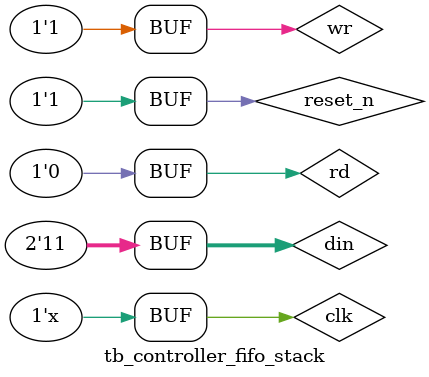
<source format=v>

module tb_controller_fifo_stack # (
	parameter 	abits = 4,
	parameter 	dbits = 2,
	parameter	rd_pkt = 4)();
    
	reg		clk;
	reg 	reset_n;
	reg 	wr;					// write to the stack 
	reg 	rd;					// read from the stack
	reg 	[dbits-1:0] din;		
	wire	empty;				// stack empty
	wire	full;				// stack full
	wire	[dbits*rd_pkt-1:0] dout;  	// ram

initial begin        

	clk = 1;       	
  	reset_n = 1;   
  	wr = 'x;
	rd = 'x;
	din= 1;
// reset system	
  	#10 
  	reset_n = 0;    
  	#20 
	reset_n = 1;
	#10
// wring data until full
	wr =1;
	#20
	din=2;
	#20
	din=3;
	#20
	din=2;
	#20
	din=3;
	#20
	din=2;
	#20
	din=1;
	#20
	din=2;
	#20
	din=1;
	#20
	din=2;
	#20

// read until empty
	wr=0;
	rd=1;
	#50
	rd=0;
// normal write and read operations

	wr =1;
	#20
	din=2;
	#20
	wr =3;
	#20
	din=2;
	#20

	wr=0;
	rd=1;
	#40
	rd=0;
//  write and read with overschoot
 	wr =1;
	#50
	din=1;
	#20
	wr =0;
	rd =1;
	#30
	wr =1;
	rd =0;
	#20
	din=2;
	#20
	wr =3;
	#20
	din=3;



//
//	
//  	#10 
//  	reset_n = 0;    
//  	#20 
//	reset_n = 1;
//	rd = 1;
//	#10
//	din=1;
//	wr=1;
//	rd=0;
//	#10
//	din=1;
//	wr=0;
//	rd=1;
//	#40
//	din=2;
//	wr=1;
//	rd=0;
//	#10
//	din=3;
//	wr=1;
//	rd=0;
//	#20
//	din=1;
//	wr=1;
//	rd=0;
//	#100
//	din=5;
//	wr=0;
//	rd=1;
//	#10
//	din=3;
//	wr=0;
//	rd=1;
//	#40
//	din=4;
//	wr=1;
//	rd=0;
//	#10
//	din=5;
//	wr=1;
//	rd=0;
//	#20
//	din=6;
//	wr=1;
//	rd=0;
//	#40
//	din=4;
//	wr=1;
//	rd=1;
//	
//	

 
end

always begin
  #5 clk = ~clk; 
end


controller_fifo_stack #(
	.abits(abits),
	.dbits(dbits),
	.rd_pkt(rd_pkt)
	) U_controller_fifo_stack (
	.clk(clk),
	.reset_n(reset_n),
	.wr(wr),
	.rd(rd),
	.din(din),
	.empty(empty),
	.full(full),
	.dout(dout));
endmodule

</source>
